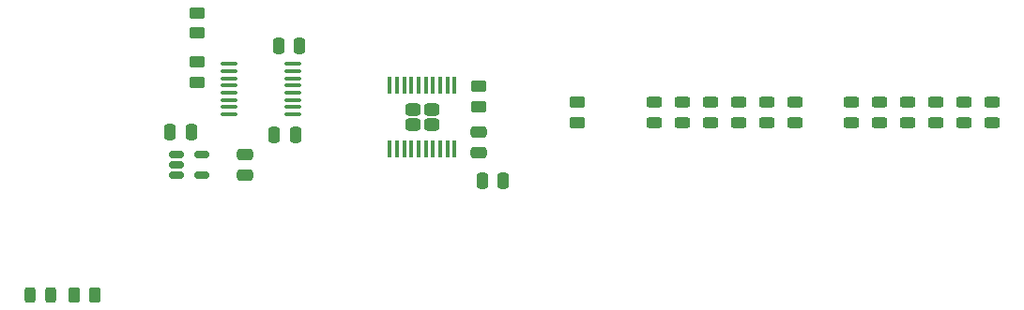
<source format=gbr>
%TF.GenerationSoftware,KiCad,Pcbnew,8.0.2*%
%TF.CreationDate,2025-01-02T13:01:10+01:00*%
%TF.ProjectId,test,74657374-2e6b-4696-9361-645f70636258,rev?*%
%TF.SameCoordinates,Original*%
%TF.FileFunction,Paste,Top*%
%TF.FilePolarity,Positive*%
%FSLAX46Y46*%
G04 Gerber Fmt 4.6, Leading zero omitted, Abs format (unit mm)*
G04 Created by KiCad (PCBNEW 8.0.2) date 2025-01-02 13:01:10*
%MOMM*%
%LPD*%
G01*
G04 APERTURE LIST*
G04 Aperture macros list*
%AMRoundRect*
0 Rectangle with rounded corners*
0 $1 Rounding radius*
0 $2 $3 $4 $5 $6 $7 $8 $9 X,Y pos of 4 corners*
0 Add a 4 corners polygon primitive as box body*
4,1,4,$2,$3,$4,$5,$6,$7,$8,$9,$2,$3,0*
0 Add four circle primitives for the rounded corners*
1,1,$1+$1,$2,$3*
1,1,$1+$1,$4,$5*
1,1,$1+$1,$6,$7*
1,1,$1+$1,$8,$9*
0 Add four rect primitives between the rounded corners*
20,1,$1+$1,$2,$3,$4,$5,0*
20,1,$1+$1,$4,$5,$6,$7,0*
20,1,$1+$1,$6,$7,$8,$9,0*
20,1,$1+$1,$8,$9,$2,$3,0*%
G04 Aperture macros list end*
%ADD10RoundRect,0.243750X-0.456250X0.243750X-0.456250X-0.243750X0.456250X-0.243750X0.456250X0.243750X0*%
%ADD11RoundRect,0.250000X-0.250000X-0.475000X0.250000X-0.475000X0.250000X0.475000X-0.250000X0.475000X0*%
%ADD12RoundRect,0.250000X0.250000X0.475000X-0.250000X0.475000X-0.250000X-0.475000X0.250000X-0.475000X0*%
%ADD13RoundRect,0.243750X-0.243750X-0.456250X0.243750X-0.456250X0.243750X0.456250X-0.243750X0.456250X0*%
%ADD14RoundRect,0.250000X-0.450000X0.262500X-0.450000X-0.262500X0.450000X-0.262500X0.450000X0.262500X0*%
%ADD15RoundRect,0.250000X0.450000X-0.262500X0.450000X0.262500X-0.450000X0.262500X-0.450000X-0.262500X0*%
%ADD16RoundRect,0.250000X-0.475000X0.250000X-0.475000X-0.250000X0.475000X-0.250000X0.475000X0.250000X0*%
%ADD17RoundRect,0.150000X-0.512500X-0.150000X0.512500X-0.150000X0.512500X0.150000X-0.512500X0.150000X0*%
%ADD18RoundRect,0.250000X-0.440000X0.305000X-0.440000X-0.305000X0.440000X-0.305000X0.440000X0.305000X0*%
%ADD19RoundRect,0.100000X-0.100000X0.687500X-0.100000X-0.687500X0.100000X-0.687500X0.100000X0.687500X0*%
%ADD20RoundRect,0.250000X0.475000X-0.250000X0.475000X0.250000X-0.475000X0.250000X-0.475000X-0.250000X0*%
%ADD21RoundRect,0.100000X-0.637500X-0.100000X0.637500X-0.100000X0.637500X0.100000X-0.637500X0.100000X0*%
%ADD22RoundRect,0.250000X0.262500X0.450000X-0.262500X0.450000X-0.262500X-0.450000X0.262500X-0.450000X0*%
G04 APERTURE END LIST*
D10*
%TO.C,D11*%
X162560000Y-90062500D03*
X162560000Y-91937500D03*
%TD*%
D11*
%TO.C,C3*%
X141925000Y-97155000D03*
X143825000Y-97155000D03*
%TD*%
D10*
%TO.C,D3*%
X185420000Y-90062500D03*
X185420000Y-91937500D03*
%TD*%
D12*
%TO.C,C5*%
X125450000Y-85000000D03*
X123550000Y-85000000D03*
%TD*%
D10*
%TO.C,D9*%
X167640000Y-90062500D03*
X167640000Y-91937500D03*
%TD*%
%TO.C,D12*%
X160020000Y-90062500D03*
X160020000Y-91937500D03*
%TD*%
D13*
%TO.C,D1*%
X101125000Y-107500000D03*
X103000000Y-107500000D03*
%TD*%
D14*
%TO.C,R1*%
X116205000Y-81995000D03*
X116205000Y-83820000D03*
%TD*%
D10*
%TO.C,D6*%
X177800000Y-90062500D03*
X177800000Y-91937500D03*
%TD*%
%TO.C,D13*%
X157480000Y-90062500D03*
X157480000Y-91937500D03*
%TD*%
D11*
%TO.C,C1*%
X115700000Y-92750000D03*
X113800000Y-92750000D03*
%TD*%
D10*
%TO.C,D7*%
X175260000Y-90062500D03*
X175260000Y-91937500D03*
%TD*%
D15*
%TO.C,R2*%
X116205000Y-88265000D03*
X116205000Y-86440000D03*
%TD*%
D16*
%TO.C,C2*%
X120500000Y-94800000D03*
X120500000Y-96700000D03*
%TD*%
D14*
%TO.C,R4*%
X141605000Y-88652500D03*
X141605000Y-90477500D03*
%TD*%
D17*
%TO.C,U1*%
X114362500Y-94800000D03*
X114362500Y-95750000D03*
X114362500Y-96700000D03*
X116637500Y-96700000D03*
X116637500Y-94800000D03*
%TD*%
D18*
%TO.C,U3*%
X137385000Y-90750000D03*
X135665000Y-90750000D03*
X137385000Y-92130000D03*
X135665000Y-92130000D03*
D19*
X139450000Y-88577500D03*
X138800000Y-88577500D03*
X138150000Y-88577500D03*
X137500000Y-88577500D03*
X136850000Y-88577500D03*
X136200000Y-88577500D03*
X135550000Y-88577500D03*
X134900000Y-88577500D03*
X134250000Y-88577500D03*
X133600000Y-88577500D03*
X133600000Y-94302500D03*
X134250000Y-94302500D03*
X134900000Y-94302500D03*
X135550000Y-94302500D03*
X136200000Y-94302500D03*
X136850000Y-94302500D03*
X137500000Y-94302500D03*
X138150000Y-94302500D03*
X138800000Y-94302500D03*
X139450000Y-94302500D03*
%TD*%
D20*
%TO.C,C6*%
X141605000Y-94640000D03*
X141605000Y-92740000D03*
%TD*%
D10*
%TO.C,D10*%
X165100000Y-90062500D03*
X165100000Y-91937500D03*
%TD*%
%TO.C,D5*%
X180340000Y-90062500D03*
X180340000Y-91937500D03*
%TD*%
%TO.C,D4*%
X182880000Y-90062500D03*
X182880000Y-91937500D03*
%TD*%
D11*
%TO.C,C4*%
X123195000Y-93000000D03*
X125095000Y-93000000D03*
%TD*%
D21*
%TO.C,U2*%
X119132500Y-86625000D03*
X119132500Y-87275000D03*
X119132500Y-87925000D03*
X119132500Y-88575000D03*
X119132500Y-89225000D03*
X119132500Y-89875000D03*
X119132500Y-90525000D03*
X119132500Y-91175000D03*
X124857500Y-91175000D03*
X124857500Y-90525000D03*
X124857500Y-89875000D03*
X124857500Y-89225000D03*
X124857500Y-88575000D03*
X124857500Y-87925000D03*
X124857500Y-87275000D03*
X124857500Y-86625000D03*
%TD*%
D10*
%TO.C,D8*%
X170180000Y-90062500D03*
X170180000Y-91937500D03*
%TD*%
%TO.C,D2*%
X187960000Y-90062500D03*
X187960000Y-91937500D03*
%TD*%
D22*
%TO.C,R3*%
X106977500Y-107500000D03*
X105152500Y-107500000D03*
%TD*%
D15*
%TO.C,R5*%
X150500000Y-91912500D03*
X150500000Y-90087500D03*
%TD*%
M02*

</source>
